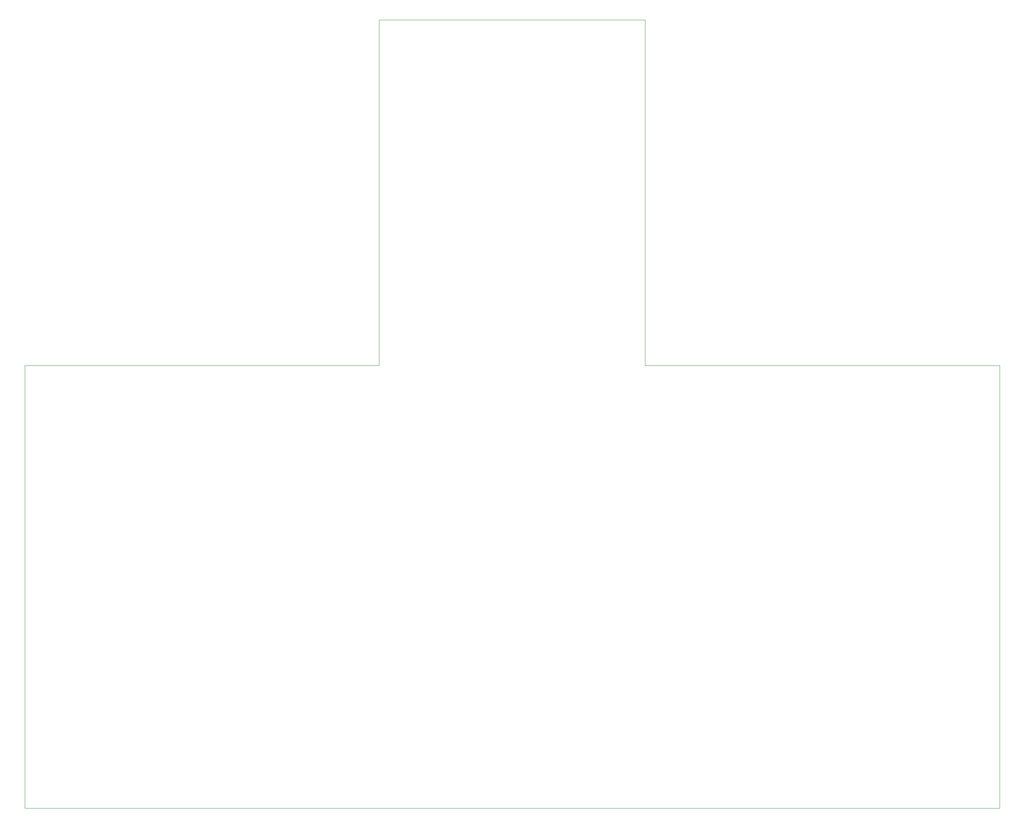
<source format=gm1>
G04 #@! TF.GenerationSoftware,KiCad,Pcbnew,(5.1.10-1-10_14)*
G04 #@! TF.CreationDate,2023-04-30T23:48:29-07:00*
G04 #@! TF.ProjectId,Control_Boards,436f6e74-726f-46c5-9f42-6f617264732e,rev?*
G04 #@! TF.SameCoordinates,Original*
G04 #@! TF.FileFunction,Profile,NP*
%FSLAX46Y46*%
G04 Gerber Fmt 4.6, Leading zero omitted, Abs format (unit mm)*
G04 Created by KiCad (PCBNEW (5.1.10-1-10_14)) date 2023-04-30 23:48:29*
%MOMM*%
%LPD*%
G01*
G04 APERTURE LIST*
G04 #@! TA.AperFunction,Profile*
%ADD10C,0.100000*%
G04 #@! TD*
G04 APERTURE END LIST*
D10*
X80000000Y78000000D02*
X140000000Y78000000D01*
X140000000Y0D02*
X140000000Y78000000D01*
X80000000Y0D02*
X80000000Y78000000D01*
X140000000Y0D02*
X220000000Y0D01*
X220000000Y0D02*
X220000000Y-100000000D01*
X0Y-100000000D02*
X220000000Y-100000000D01*
X0Y0D02*
X0Y-100000000D01*
X0Y0D02*
X80000000Y0D01*
M02*

</source>
